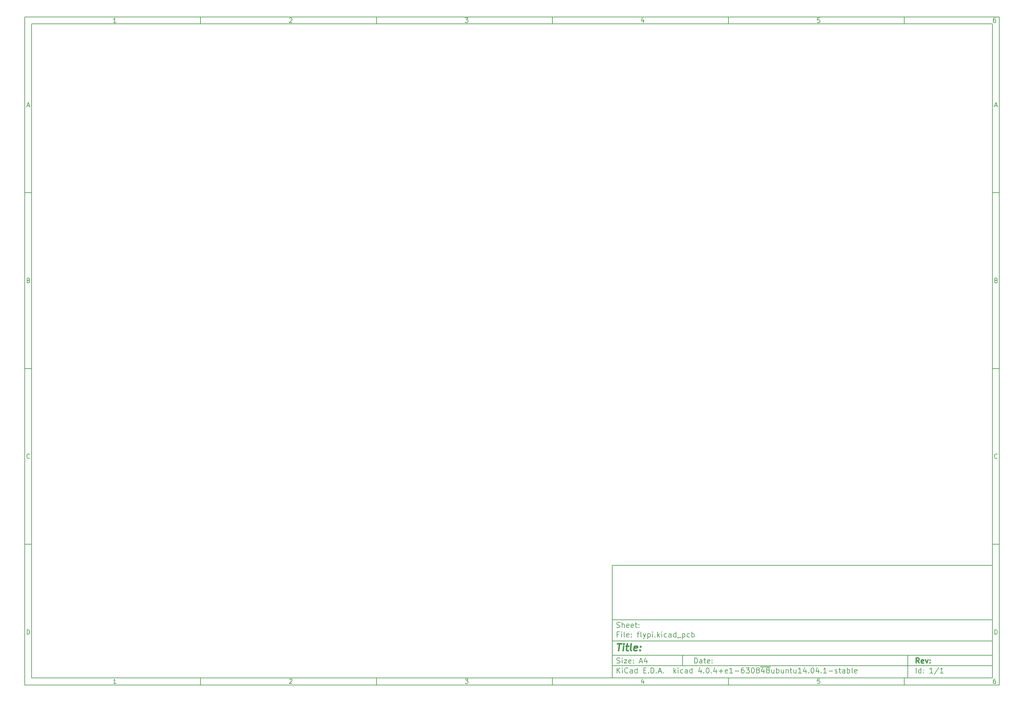
<source format=gbr>
G04 #@! TF.FileFunction,Paste,Bot*
%FSLAX46Y46*%
G04 Gerber Fmt 4.6, Leading zero omitted, Abs format (unit mm)*
G04 Created by KiCad (PCBNEW 4.0.4+e1-6308~48~ubuntu14.04.1-stable) date Tue Oct  4 21:58:47 2016*
%MOMM*%
%LPD*%
G01*
G04 APERTURE LIST*
%ADD10C,0.100000*%
%ADD11C,0.150000*%
%ADD12C,0.300000*%
%ADD13C,0.400000*%
G04 APERTURE END LIST*
D10*
D11*
X177002200Y-166007200D02*
X177002200Y-198007200D01*
X285002200Y-198007200D01*
X285002200Y-166007200D01*
X177002200Y-166007200D01*
D10*
D11*
X10000000Y-10000000D02*
X10000000Y-200007200D01*
X287002200Y-200007200D01*
X287002200Y-10000000D01*
X10000000Y-10000000D01*
D10*
D11*
X12000000Y-12000000D02*
X12000000Y-198007200D01*
X285002200Y-198007200D01*
X285002200Y-12000000D01*
X12000000Y-12000000D01*
D10*
D11*
X60000000Y-12000000D02*
X60000000Y-10000000D01*
D10*
D11*
X110000000Y-12000000D02*
X110000000Y-10000000D01*
D10*
D11*
X160000000Y-12000000D02*
X160000000Y-10000000D01*
D10*
D11*
X210000000Y-12000000D02*
X210000000Y-10000000D01*
D10*
D11*
X260000000Y-12000000D02*
X260000000Y-10000000D01*
D10*
D11*
X35990476Y-11588095D02*
X35247619Y-11588095D01*
X35619048Y-11588095D02*
X35619048Y-10288095D01*
X35495238Y-10473810D01*
X35371429Y-10597619D01*
X35247619Y-10659524D01*
D10*
D11*
X85247619Y-10411905D02*
X85309524Y-10350000D01*
X85433333Y-10288095D01*
X85742857Y-10288095D01*
X85866667Y-10350000D01*
X85928571Y-10411905D01*
X85990476Y-10535714D01*
X85990476Y-10659524D01*
X85928571Y-10845238D01*
X85185714Y-11588095D01*
X85990476Y-11588095D01*
D10*
D11*
X135185714Y-10288095D02*
X135990476Y-10288095D01*
X135557143Y-10783333D01*
X135742857Y-10783333D01*
X135866667Y-10845238D01*
X135928571Y-10907143D01*
X135990476Y-11030952D01*
X135990476Y-11340476D01*
X135928571Y-11464286D01*
X135866667Y-11526190D01*
X135742857Y-11588095D01*
X135371429Y-11588095D01*
X135247619Y-11526190D01*
X135185714Y-11464286D01*
D10*
D11*
X185866667Y-10721429D02*
X185866667Y-11588095D01*
X185557143Y-10226190D02*
X185247619Y-11154762D01*
X186052381Y-11154762D01*
D10*
D11*
X235928571Y-10288095D02*
X235309524Y-10288095D01*
X235247619Y-10907143D01*
X235309524Y-10845238D01*
X235433333Y-10783333D01*
X235742857Y-10783333D01*
X235866667Y-10845238D01*
X235928571Y-10907143D01*
X235990476Y-11030952D01*
X235990476Y-11340476D01*
X235928571Y-11464286D01*
X235866667Y-11526190D01*
X235742857Y-11588095D01*
X235433333Y-11588095D01*
X235309524Y-11526190D01*
X235247619Y-11464286D01*
D10*
D11*
X285866667Y-10288095D02*
X285619048Y-10288095D01*
X285495238Y-10350000D01*
X285433333Y-10411905D01*
X285309524Y-10597619D01*
X285247619Y-10845238D01*
X285247619Y-11340476D01*
X285309524Y-11464286D01*
X285371429Y-11526190D01*
X285495238Y-11588095D01*
X285742857Y-11588095D01*
X285866667Y-11526190D01*
X285928571Y-11464286D01*
X285990476Y-11340476D01*
X285990476Y-11030952D01*
X285928571Y-10907143D01*
X285866667Y-10845238D01*
X285742857Y-10783333D01*
X285495238Y-10783333D01*
X285371429Y-10845238D01*
X285309524Y-10907143D01*
X285247619Y-11030952D01*
D10*
D11*
X60000000Y-198007200D02*
X60000000Y-200007200D01*
D10*
D11*
X110000000Y-198007200D02*
X110000000Y-200007200D01*
D10*
D11*
X160000000Y-198007200D02*
X160000000Y-200007200D01*
D10*
D11*
X210000000Y-198007200D02*
X210000000Y-200007200D01*
D10*
D11*
X260000000Y-198007200D02*
X260000000Y-200007200D01*
D10*
D11*
X35990476Y-199595295D02*
X35247619Y-199595295D01*
X35619048Y-199595295D02*
X35619048Y-198295295D01*
X35495238Y-198481010D01*
X35371429Y-198604819D01*
X35247619Y-198666724D01*
D10*
D11*
X85247619Y-198419105D02*
X85309524Y-198357200D01*
X85433333Y-198295295D01*
X85742857Y-198295295D01*
X85866667Y-198357200D01*
X85928571Y-198419105D01*
X85990476Y-198542914D01*
X85990476Y-198666724D01*
X85928571Y-198852438D01*
X85185714Y-199595295D01*
X85990476Y-199595295D01*
D10*
D11*
X135185714Y-198295295D02*
X135990476Y-198295295D01*
X135557143Y-198790533D01*
X135742857Y-198790533D01*
X135866667Y-198852438D01*
X135928571Y-198914343D01*
X135990476Y-199038152D01*
X135990476Y-199347676D01*
X135928571Y-199471486D01*
X135866667Y-199533390D01*
X135742857Y-199595295D01*
X135371429Y-199595295D01*
X135247619Y-199533390D01*
X135185714Y-199471486D01*
D10*
D11*
X185866667Y-198728629D02*
X185866667Y-199595295D01*
X185557143Y-198233390D02*
X185247619Y-199161962D01*
X186052381Y-199161962D01*
D10*
D11*
X235928571Y-198295295D02*
X235309524Y-198295295D01*
X235247619Y-198914343D01*
X235309524Y-198852438D01*
X235433333Y-198790533D01*
X235742857Y-198790533D01*
X235866667Y-198852438D01*
X235928571Y-198914343D01*
X235990476Y-199038152D01*
X235990476Y-199347676D01*
X235928571Y-199471486D01*
X235866667Y-199533390D01*
X235742857Y-199595295D01*
X235433333Y-199595295D01*
X235309524Y-199533390D01*
X235247619Y-199471486D01*
D10*
D11*
X285866667Y-198295295D02*
X285619048Y-198295295D01*
X285495238Y-198357200D01*
X285433333Y-198419105D01*
X285309524Y-198604819D01*
X285247619Y-198852438D01*
X285247619Y-199347676D01*
X285309524Y-199471486D01*
X285371429Y-199533390D01*
X285495238Y-199595295D01*
X285742857Y-199595295D01*
X285866667Y-199533390D01*
X285928571Y-199471486D01*
X285990476Y-199347676D01*
X285990476Y-199038152D01*
X285928571Y-198914343D01*
X285866667Y-198852438D01*
X285742857Y-198790533D01*
X285495238Y-198790533D01*
X285371429Y-198852438D01*
X285309524Y-198914343D01*
X285247619Y-199038152D01*
D10*
D11*
X10000000Y-60000000D02*
X12000000Y-60000000D01*
D10*
D11*
X10000000Y-110000000D02*
X12000000Y-110000000D01*
D10*
D11*
X10000000Y-160000000D02*
X12000000Y-160000000D01*
D10*
D11*
X10690476Y-35216667D02*
X11309524Y-35216667D01*
X10566667Y-35588095D02*
X11000000Y-34288095D01*
X11433333Y-35588095D01*
D10*
D11*
X11092857Y-84907143D02*
X11278571Y-84969048D01*
X11340476Y-85030952D01*
X11402381Y-85154762D01*
X11402381Y-85340476D01*
X11340476Y-85464286D01*
X11278571Y-85526190D01*
X11154762Y-85588095D01*
X10659524Y-85588095D01*
X10659524Y-84288095D01*
X11092857Y-84288095D01*
X11216667Y-84350000D01*
X11278571Y-84411905D01*
X11340476Y-84535714D01*
X11340476Y-84659524D01*
X11278571Y-84783333D01*
X11216667Y-84845238D01*
X11092857Y-84907143D01*
X10659524Y-84907143D01*
D10*
D11*
X11402381Y-135464286D02*
X11340476Y-135526190D01*
X11154762Y-135588095D01*
X11030952Y-135588095D01*
X10845238Y-135526190D01*
X10721429Y-135402381D01*
X10659524Y-135278571D01*
X10597619Y-135030952D01*
X10597619Y-134845238D01*
X10659524Y-134597619D01*
X10721429Y-134473810D01*
X10845238Y-134350000D01*
X11030952Y-134288095D01*
X11154762Y-134288095D01*
X11340476Y-134350000D01*
X11402381Y-134411905D01*
D10*
D11*
X10659524Y-185588095D02*
X10659524Y-184288095D01*
X10969048Y-184288095D01*
X11154762Y-184350000D01*
X11278571Y-184473810D01*
X11340476Y-184597619D01*
X11402381Y-184845238D01*
X11402381Y-185030952D01*
X11340476Y-185278571D01*
X11278571Y-185402381D01*
X11154762Y-185526190D01*
X10969048Y-185588095D01*
X10659524Y-185588095D01*
D10*
D11*
X287002200Y-60000000D02*
X285002200Y-60000000D01*
D10*
D11*
X287002200Y-110000000D02*
X285002200Y-110000000D01*
D10*
D11*
X287002200Y-160000000D02*
X285002200Y-160000000D01*
D10*
D11*
X285692676Y-35216667D02*
X286311724Y-35216667D01*
X285568867Y-35588095D02*
X286002200Y-34288095D01*
X286435533Y-35588095D01*
D10*
D11*
X286095057Y-84907143D02*
X286280771Y-84969048D01*
X286342676Y-85030952D01*
X286404581Y-85154762D01*
X286404581Y-85340476D01*
X286342676Y-85464286D01*
X286280771Y-85526190D01*
X286156962Y-85588095D01*
X285661724Y-85588095D01*
X285661724Y-84288095D01*
X286095057Y-84288095D01*
X286218867Y-84350000D01*
X286280771Y-84411905D01*
X286342676Y-84535714D01*
X286342676Y-84659524D01*
X286280771Y-84783333D01*
X286218867Y-84845238D01*
X286095057Y-84907143D01*
X285661724Y-84907143D01*
D10*
D11*
X286404581Y-135464286D02*
X286342676Y-135526190D01*
X286156962Y-135588095D01*
X286033152Y-135588095D01*
X285847438Y-135526190D01*
X285723629Y-135402381D01*
X285661724Y-135278571D01*
X285599819Y-135030952D01*
X285599819Y-134845238D01*
X285661724Y-134597619D01*
X285723629Y-134473810D01*
X285847438Y-134350000D01*
X286033152Y-134288095D01*
X286156962Y-134288095D01*
X286342676Y-134350000D01*
X286404581Y-134411905D01*
D10*
D11*
X285661724Y-185588095D02*
X285661724Y-184288095D01*
X285971248Y-184288095D01*
X286156962Y-184350000D01*
X286280771Y-184473810D01*
X286342676Y-184597619D01*
X286404581Y-184845238D01*
X286404581Y-185030952D01*
X286342676Y-185278571D01*
X286280771Y-185402381D01*
X286156962Y-185526190D01*
X285971248Y-185588095D01*
X285661724Y-185588095D01*
D10*
D11*
X200359343Y-193785771D02*
X200359343Y-192285771D01*
X200716486Y-192285771D01*
X200930771Y-192357200D01*
X201073629Y-192500057D01*
X201145057Y-192642914D01*
X201216486Y-192928629D01*
X201216486Y-193142914D01*
X201145057Y-193428629D01*
X201073629Y-193571486D01*
X200930771Y-193714343D01*
X200716486Y-193785771D01*
X200359343Y-193785771D01*
X202502200Y-193785771D02*
X202502200Y-193000057D01*
X202430771Y-192857200D01*
X202287914Y-192785771D01*
X202002200Y-192785771D01*
X201859343Y-192857200D01*
X202502200Y-193714343D02*
X202359343Y-193785771D01*
X202002200Y-193785771D01*
X201859343Y-193714343D01*
X201787914Y-193571486D01*
X201787914Y-193428629D01*
X201859343Y-193285771D01*
X202002200Y-193214343D01*
X202359343Y-193214343D01*
X202502200Y-193142914D01*
X203002200Y-192785771D02*
X203573629Y-192785771D01*
X203216486Y-192285771D02*
X203216486Y-193571486D01*
X203287914Y-193714343D01*
X203430772Y-193785771D01*
X203573629Y-193785771D01*
X204645057Y-193714343D02*
X204502200Y-193785771D01*
X204216486Y-193785771D01*
X204073629Y-193714343D01*
X204002200Y-193571486D01*
X204002200Y-193000057D01*
X204073629Y-192857200D01*
X204216486Y-192785771D01*
X204502200Y-192785771D01*
X204645057Y-192857200D01*
X204716486Y-193000057D01*
X204716486Y-193142914D01*
X204002200Y-193285771D01*
X205359343Y-193642914D02*
X205430771Y-193714343D01*
X205359343Y-193785771D01*
X205287914Y-193714343D01*
X205359343Y-193642914D01*
X205359343Y-193785771D01*
X205359343Y-192857200D02*
X205430771Y-192928629D01*
X205359343Y-193000057D01*
X205287914Y-192928629D01*
X205359343Y-192857200D01*
X205359343Y-193000057D01*
D10*
D11*
X177002200Y-194507200D02*
X285002200Y-194507200D01*
D10*
D11*
X178359343Y-196585771D02*
X178359343Y-195085771D01*
X179216486Y-196585771D02*
X178573629Y-195728629D01*
X179216486Y-195085771D02*
X178359343Y-195942914D01*
X179859343Y-196585771D02*
X179859343Y-195585771D01*
X179859343Y-195085771D02*
X179787914Y-195157200D01*
X179859343Y-195228629D01*
X179930771Y-195157200D01*
X179859343Y-195085771D01*
X179859343Y-195228629D01*
X181430772Y-196442914D02*
X181359343Y-196514343D01*
X181145057Y-196585771D01*
X181002200Y-196585771D01*
X180787915Y-196514343D01*
X180645057Y-196371486D01*
X180573629Y-196228629D01*
X180502200Y-195942914D01*
X180502200Y-195728629D01*
X180573629Y-195442914D01*
X180645057Y-195300057D01*
X180787915Y-195157200D01*
X181002200Y-195085771D01*
X181145057Y-195085771D01*
X181359343Y-195157200D01*
X181430772Y-195228629D01*
X182716486Y-196585771D02*
X182716486Y-195800057D01*
X182645057Y-195657200D01*
X182502200Y-195585771D01*
X182216486Y-195585771D01*
X182073629Y-195657200D01*
X182716486Y-196514343D02*
X182573629Y-196585771D01*
X182216486Y-196585771D01*
X182073629Y-196514343D01*
X182002200Y-196371486D01*
X182002200Y-196228629D01*
X182073629Y-196085771D01*
X182216486Y-196014343D01*
X182573629Y-196014343D01*
X182716486Y-195942914D01*
X184073629Y-196585771D02*
X184073629Y-195085771D01*
X184073629Y-196514343D02*
X183930772Y-196585771D01*
X183645058Y-196585771D01*
X183502200Y-196514343D01*
X183430772Y-196442914D01*
X183359343Y-196300057D01*
X183359343Y-195871486D01*
X183430772Y-195728629D01*
X183502200Y-195657200D01*
X183645058Y-195585771D01*
X183930772Y-195585771D01*
X184073629Y-195657200D01*
X185930772Y-195800057D02*
X186430772Y-195800057D01*
X186645058Y-196585771D02*
X185930772Y-196585771D01*
X185930772Y-195085771D01*
X186645058Y-195085771D01*
X187287915Y-196442914D02*
X187359343Y-196514343D01*
X187287915Y-196585771D01*
X187216486Y-196514343D01*
X187287915Y-196442914D01*
X187287915Y-196585771D01*
X188002201Y-196585771D02*
X188002201Y-195085771D01*
X188359344Y-195085771D01*
X188573629Y-195157200D01*
X188716487Y-195300057D01*
X188787915Y-195442914D01*
X188859344Y-195728629D01*
X188859344Y-195942914D01*
X188787915Y-196228629D01*
X188716487Y-196371486D01*
X188573629Y-196514343D01*
X188359344Y-196585771D01*
X188002201Y-196585771D01*
X189502201Y-196442914D02*
X189573629Y-196514343D01*
X189502201Y-196585771D01*
X189430772Y-196514343D01*
X189502201Y-196442914D01*
X189502201Y-196585771D01*
X190145058Y-196157200D02*
X190859344Y-196157200D01*
X190002201Y-196585771D02*
X190502201Y-195085771D01*
X191002201Y-196585771D01*
X191502201Y-196442914D02*
X191573629Y-196514343D01*
X191502201Y-196585771D01*
X191430772Y-196514343D01*
X191502201Y-196442914D01*
X191502201Y-196585771D01*
X194502201Y-196585771D02*
X194502201Y-195085771D01*
X194645058Y-196014343D02*
X195073629Y-196585771D01*
X195073629Y-195585771D02*
X194502201Y-196157200D01*
X195716487Y-196585771D02*
X195716487Y-195585771D01*
X195716487Y-195085771D02*
X195645058Y-195157200D01*
X195716487Y-195228629D01*
X195787915Y-195157200D01*
X195716487Y-195085771D01*
X195716487Y-195228629D01*
X197073630Y-196514343D02*
X196930773Y-196585771D01*
X196645059Y-196585771D01*
X196502201Y-196514343D01*
X196430773Y-196442914D01*
X196359344Y-196300057D01*
X196359344Y-195871486D01*
X196430773Y-195728629D01*
X196502201Y-195657200D01*
X196645059Y-195585771D01*
X196930773Y-195585771D01*
X197073630Y-195657200D01*
X198359344Y-196585771D02*
X198359344Y-195800057D01*
X198287915Y-195657200D01*
X198145058Y-195585771D01*
X197859344Y-195585771D01*
X197716487Y-195657200D01*
X198359344Y-196514343D02*
X198216487Y-196585771D01*
X197859344Y-196585771D01*
X197716487Y-196514343D01*
X197645058Y-196371486D01*
X197645058Y-196228629D01*
X197716487Y-196085771D01*
X197859344Y-196014343D01*
X198216487Y-196014343D01*
X198359344Y-195942914D01*
X199716487Y-196585771D02*
X199716487Y-195085771D01*
X199716487Y-196514343D02*
X199573630Y-196585771D01*
X199287916Y-196585771D01*
X199145058Y-196514343D01*
X199073630Y-196442914D01*
X199002201Y-196300057D01*
X199002201Y-195871486D01*
X199073630Y-195728629D01*
X199145058Y-195657200D01*
X199287916Y-195585771D01*
X199573630Y-195585771D01*
X199716487Y-195657200D01*
X202216487Y-195585771D02*
X202216487Y-196585771D01*
X201859344Y-195014343D02*
X201502201Y-196085771D01*
X202430773Y-196085771D01*
X203002201Y-196442914D02*
X203073629Y-196514343D01*
X203002201Y-196585771D01*
X202930772Y-196514343D01*
X203002201Y-196442914D01*
X203002201Y-196585771D01*
X204002201Y-195085771D02*
X204145058Y-195085771D01*
X204287915Y-195157200D01*
X204359344Y-195228629D01*
X204430773Y-195371486D01*
X204502201Y-195657200D01*
X204502201Y-196014343D01*
X204430773Y-196300057D01*
X204359344Y-196442914D01*
X204287915Y-196514343D01*
X204145058Y-196585771D01*
X204002201Y-196585771D01*
X203859344Y-196514343D01*
X203787915Y-196442914D01*
X203716487Y-196300057D01*
X203645058Y-196014343D01*
X203645058Y-195657200D01*
X203716487Y-195371486D01*
X203787915Y-195228629D01*
X203859344Y-195157200D01*
X204002201Y-195085771D01*
X205145058Y-196442914D02*
X205216486Y-196514343D01*
X205145058Y-196585771D01*
X205073629Y-196514343D01*
X205145058Y-196442914D01*
X205145058Y-196585771D01*
X206502201Y-195585771D02*
X206502201Y-196585771D01*
X206145058Y-195014343D02*
X205787915Y-196085771D01*
X206716487Y-196085771D01*
X207287915Y-196014343D02*
X208430772Y-196014343D01*
X207859343Y-196585771D02*
X207859343Y-195442914D01*
X209716486Y-196514343D02*
X209573629Y-196585771D01*
X209287915Y-196585771D01*
X209145058Y-196514343D01*
X209073629Y-196371486D01*
X209073629Y-195800057D01*
X209145058Y-195657200D01*
X209287915Y-195585771D01*
X209573629Y-195585771D01*
X209716486Y-195657200D01*
X209787915Y-195800057D01*
X209787915Y-195942914D01*
X209073629Y-196085771D01*
X211216486Y-196585771D02*
X210359343Y-196585771D01*
X210787915Y-196585771D02*
X210787915Y-195085771D01*
X210645058Y-195300057D01*
X210502200Y-195442914D01*
X210359343Y-195514343D01*
X211859343Y-196014343D02*
X213002200Y-196014343D01*
X214359343Y-195085771D02*
X214073629Y-195085771D01*
X213930772Y-195157200D01*
X213859343Y-195228629D01*
X213716486Y-195442914D01*
X213645057Y-195728629D01*
X213645057Y-196300057D01*
X213716486Y-196442914D01*
X213787914Y-196514343D01*
X213930772Y-196585771D01*
X214216486Y-196585771D01*
X214359343Y-196514343D01*
X214430772Y-196442914D01*
X214502200Y-196300057D01*
X214502200Y-195942914D01*
X214430772Y-195800057D01*
X214359343Y-195728629D01*
X214216486Y-195657200D01*
X213930772Y-195657200D01*
X213787914Y-195728629D01*
X213716486Y-195800057D01*
X213645057Y-195942914D01*
X215002200Y-195085771D02*
X215930771Y-195085771D01*
X215430771Y-195657200D01*
X215645057Y-195657200D01*
X215787914Y-195728629D01*
X215859343Y-195800057D01*
X215930771Y-195942914D01*
X215930771Y-196300057D01*
X215859343Y-196442914D01*
X215787914Y-196514343D01*
X215645057Y-196585771D01*
X215216485Y-196585771D01*
X215073628Y-196514343D01*
X215002200Y-196442914D01*
X216859342Y-195085771D02*
X217002199Y-195085771D01*
X217145056Y-195157200D01*
X217216485Y-195228629D01*
X217287914Y-195371486D01*
X217359342Y-195657200D01*
X217359342Y-196014343D01*
X217287914Y-196300057D01*
X217216485Y-196442914D01*
X217145056Y-196514343D01*
X217002199Y-196585771D01*
X216859342Y-196585771D01*
X216716485Y-196514343D01*
X216645056Y-196442914D01*
X216573628Y-196300057D01*
X216502199Y-196014343D01*
X216502199Y-195657200D01*
X216573628Y-195371486D01*
X216645056Y-195228629D01*
X216716485Y-195157200D01*
X216859342Y-195085771D01*
X218216485Y-195728629D02*
X218073627Y-195657200D01*
X218002199Y-195585771D01*
X217930770Y-195442914D01*
X217930770Y-195371486D01*
X218002199Y-195228629D01*
X218073627Y-195157200D01*
X218216485Y-195085771D01*
X218502199Y-195085771D01*
X218645056Y-195157200D01*
X218716485Y-195228629D01*
X218787913Y-195371486D01*
X218787913Y-195442914D01*
X218716485Y-195585771D01*
X218645056Y-195657200D01*
X218502199Y-195728629D01*
X218216485Y-195728629D01*
X218073627Y-195800057D01*
X218002199Y-195871486D01*
X217930770Y-196014343D01*
X217930770Y-196300057D01*
X218002199Y-196442914D01*
X218073627Y-196514343D01*
X218216485Y-196585771D01*
X218502199Y-196585771D01*
X218645056Y-196514343D01*
X218716485Y-196442914D01*
X218787913Y-196300057D01*
X218787913Y-196014343D01*
X218716485Y-195871486D01*
X218645056Y-195800057D01*
X218502199Y-195728629D01*
X220073627Y-195585771D02*
X220073627Y-196585771D01*
X219716484Y-195014343D02*
X219359341Y-196085771D01*
X220287913Y-196085771D01*
X221073627Y-195728629D02*
X220930769Y-195657200D01*
X220859341Y-195585771D01*
X220787912Y-195442914D01*
X220787912Y-195371486D01*
X220859341Y-195228629D01*
X220930769Y-195157200D01*
X221073627Y-195085771D01*
X221359341Y-195085771D01*
X221502198Y-195157200D01*
X221573627Y-195228629D01*
X221645055Y-195371486D01*
X221645055Y-195442914D01*
X221573627Y-195585771D01*
X221502198Y-195657200D01*
X221359341Y-195728629D01*
X221073627Y-195728629D01*
X220930769Y-195800057D01*
X220859341Y-195871486D01*
X220787912Y-196014343D01*
X220787912Y-196300057D01*
X220859341Y-196442914D01*
X220930769Y-196514343D01*
X221073627Y-196585771D01*
X221359341Y-196585771D01*
X221502198Y-196514343D01*
X221573627Y-196442914D01*
X221645055Y-196300057D01*
X221645055Y-196014343D01*
X221573627Y-195871486D01*
X221502198Y-195800057D01*
X221359341Y-195728629D01*
X219073627Y-194827200D02*
X221930769Y-194827200D01*
X222930769Y-195585771D02*
X222930769Y-196585771D01*
X222287912Y-195585771D02*
X222287912Y-196371486D01*
X222359340Y-196514343D01*
X222502198Y-196585771D01*
X222716483Y-196585771D01*
X222859340Y-196514343D01*
X222930769Y-196442914D01*
X223645055Y-196585771D02*
X223645055Y-195085771D01*
X223645055Y-195657200D02*
X223787912Y-195585771D01*
X224073626Y-195585771D01*
X224216483Y-195657200D01*
X224287912Y-195728629D01*
X224359341Y-195871486D01*
X224359341Y-196300057D01*
X224287912Y-196442914D01*
X224216483Y-196514343D01*
X224073626Y-196585771D01*
X223787912Y-196585771D01*
X223645055Y-196514343D01*
X225645055Y-195585771D02*
X225645055Y-196585771D01*
X225002198Y-195585771D02*
X225002198Y-196371486D01*
X225073626Y-196514343D01*
X225216484Y-196585771D01*
X225430769Y-196585771D01*
X225573626Y-196514343D01*
X225645055Y-196442914D01*
X226359341Y-195585771D02*
X226359341Y-196585771D01*
X226359341Y-195728629D02*
X226430769Y-195657200D01*
X226573627Y-195585771D01*
X226787912Y-195585771D01*
X226930769Y-195657200D01*
X227002198Y-195800057D01*
X227002198Y-196585771D01*
X227502198Y-195585771D02*
X228073627Y-195585771D01*
X227716484Y-195085771D02*
X227716484Y-196371486D01*
X227787912Y-196514343D01*
X227930770Y-196585771D01*
X228073627Y-196585771D01*
X229216484Y-195585771D02*
X229216484Y-196585771D01*
X228573627Y-195585771D02*
X228573627Y-196371486D01*
X228645055Y-196514343D01*
X228787913Y-196585771D01*
X229002198Y-196585771D01*
X229145055Y-196514343D01*
X229216484Y-196442914D01*
X230716484Y-196585771D02*
X229859341Y-196585771D01*
X230287913Y-196585771D02*
X230287913Y-195085771D01*
X230145056Y-195300057D01*
X230002198Y-195442914D01*
X229859341Y-195514343D01*
X232002198Y-195585771D02*
X232002198Y-196585771D01*
X231645055Y-195014343D02*
X231287912Y-196085771D01*
X232216484Y-196085771D01*
X232787912Y-196442914D02*
X232859340Y-196514343D01*
X232787912Y-196585771D01*
X232716483Y-196514343D01*
X232787912Y-196442914D01*
X232787912Y-196585771D01*
X233787912Y-195085771D02*
X233930769Y-195085771D01*
X234073626Y-195157200D01*
X234145055Y-195228629D01*
X234216484Y-195371486D01*
X234287912Y-195657200D01*
X234287912Y-196014343D01*
X234216484Y-196300057D01*
X234145055Y-196442914D01*
X234073626Y-196514343D01*
X233930769Y-196585771D01*
X233787912Y-196585771D01*
X233645055Y-196514343D01*
X233573626Y-196442914D01*
X233502198Y-196300057D01*
X233430769Y-196014343D01*
X233430769Y-195657200D01*
X233502198Y-195371486D01*
X233573626Y-195228629D01*
X233645055Y-195157200D01*
X233787912Y-195085771D01*
X235573626Y-195585771D02*
X235573626Y-196585771D01*
X235216483Y-195014343D02*
X234859340Y-196085771D01*
X235787912Y-196085771D01*
X236359340Y-196442914D02*
X236430768Y-196514343D01*
X236359340Y-196585771D01*
X236287911Y-196514343D01*
X236359340Y-196442914D01*
X236359340Y-196585771D01*
X237859340Y-196585771D02*
X237002197Y-196585771D01*
X237430769Y-196585771D02*
X237430769Y-195085771D01*
X237287912Y-195300057D01*
X237145054Y-195442914D01*
X237002197Y-195514343D01*
X238502197Y-196014343D02*
X239645054Y-196014343D01*
X240287911Y-196514343D02*
X240430768Y-196585771D01*
X240716483Y-196585771D01*
X240859340Y-196514343D01*
X240930768Y-196371486D01*
X240930768Y-196300057D01*
X240859340Y-196157200D01*
X240716483Y-196085771D01*
X240502197Y-196085771D01*
X240359340Y-196014343D01*
X240287911Y-195871486D01*
X240287911Y-195800057D01*
X240359340Y-195657200D01*
X240502197Y-195585771D01*
X240716483Y-195585771D01*
X240859340Y-195657200D01*
X241359340Y-195585771D02*
X241930769Y-195585771D01*
X241573626Y-195085771D02*
X241573626Y-196371486D01*
X241645054Y-196514343D01*
X241787912Y-196585771D01*
X241930769Y-196585771D01*
X243073626Y-196585771D02*
X243073626Y-195800057D01*
X243002197Y-195657200D01*
X242859340Y-195585771D01*
X242573626Y-195585771D01*
X242430769Y-195657200D01*
X243073626Y-196514343D02*
X242930769Y-196585771D01*
X242573626Y-196585771D01*
X242430769Y-196514343D01*
X242359340Y-196371486D01*
X242359340Y-196228629D01*
X242430769Y-196085771D01*
X242573626Y-196014343D01*
X242930769Y-196014343D01*
X243073626Y-195942914D01*
X243787912Y-196585771D02*
X243787912Y-195085771D01*
X243787912Y-195657200D02*
X243930769Y-195585771D01*
X244216483Y-195585771D01*
X244359340Y-195657200D01*
X244430769Y-195728629D01*
X244502198Y-195871486D01*
X244502198Y-196300057D01*
X244430769Y-196442914D01*
X244359340Y-196514343D01*
X244216483Y-196585771D01*
X243930769Y-196585771D01*
X243787912Y-196514343D01*
X245359341Y-196585771D02*
X245216483Y-196514343D01*
X245145055Y-196371486D01*
X245145055Y-195085771D01*
X246502197Y-196514343D02*
X246359340Y-196585771D01*
X246073626Y-196585771D01*
X245930769Y-196514343D01*
X245859340Y-196371486D01*
X245859340Y-195800057D01*
X245930769Y-195657200D01*
X246073626Y-195585771D01*
X246359340Y-195585771D01*
X246502197Y-195657200D01*
X246573626Y-195800057D01*
X246573626Y-195942914D01*
X245859340Y-196085771D01*
D10*
D11*
X177002200Y-191507200D02*
X285002200Y-191507200D01*
D10*
D12*
X264216486Y-193785771D02*
X263716486Y-193071486D01*
X263359343Y-193785771D02*
X263359343Y-192285771D01*
X263930771Y-192285771D01*
X264073629Y-192357200D01*
X264145057Y-192428629D01*
X264216486Y-192571486D01*
X264216486Y-192785771D01*
X264145057Y-192928629D01*
X264073629Y-193000057D01*
X263930771Y-193071486D01*
X263359343Y-193071486D01*
X265430771Y-193714343D02*
X265287914Y-193785771D01*
X265002200Y-193785771D01*
X264859343Y-193714343D01*
X264787914Y-193571486D01*
X264787914Y-193000057D01*
X264859343Y-192857200D01*
X265002200Y-192785771D01*
X265287914Y-192785771D01*
X265430771Y-192857200D01*
X265502200Y-193000057D01*
X265502200Y-193142914D01*
X264787914Y-193285771D01*
X266002200Y-192785771D02*
X266359343Y-193785771D01*
X266716485Y-192785771D01*
X267287914Y-193642914D02*
X267359342Y-193714343D01*
X267287914Y-193785771D01*
X267216485Y-193714343D01*
X267287914Y-193642914D01*
X267287914Y-193785771D01*
X267287914Y-192857200D02*
X267359342Y-192928629D01*
X267287914Y-193000057D01*
X267216485Y-192928629D01*
X267287914Y-192857200D01*
X267287914Y-193000057D01*
D10*
D11*
X178287914Y-193714343D02*
X178502200Y-193785771D01*
X178859343Y-193785771D01*
X179002200Y-193714343D01*
X179073629Y-193642914D01*
X179145057Y-193500057D01*
X179145057Y-193357200D01*
X179073629Y-193214343D01*
X179002200Y-193142914D01*
X178859343Y-193071486D01*
X178573629Y-193000057D01*
X178430771Y-192928629D01*
X178359343Y-192857200D01*
X178287914Y-192714343D01*
X178287914Y-192571486D01*
X178359343Y-192428629D01*
X178430771Y-192357200D01*
X178573629Y-192285771D01*
X178930771Y-192285771D01*
X179145057Y-192357200D01*
X179787914Y-193785771D02*
X179787914Y-192785771D01*
X179787914Y-192285771D02*
X179716485Y-192357200D01*
X179787914Y-192428629D01*
X179859342Y-192357200D01*
X179787914Y-192285771D01*
X179787914Y-192428629D01*
X180359343Y-192785771D02*
X181145057Y-192785771D01*
X180359343Y-193785771D01*
X181145057Y-193785771D01*
X182287914Y-193714343D02*
X182145057Y-193785771D01*
X181859343Y-193785771D01*
X181716486Y-193714343D01*
X181645057Y-193571486D01*
X181645057Y-193000057D01*
X181716486Y-192857200D01*
X181859343Y-192785771D01*
X182145057Y-192785771D01*
X182287914Y-192857200D01*
X182359343Y-193000057D01*
X182359343Y-193142914D01*
X181645057Y-193285771D01*
X183002200Y-193642914D02*
X183073628Y-193714343D01*
X183002200Y-193785771D01*
X182930771Y-193714343D01*
X183002200Y-193642914D01*
X183002200Y-193785771D01*
X183002200Y-192857200D02*
X183073628Y-192928629D01*
X183002200Y-193000057D01*
X182930771Y-192928629D01*
X183002200Y-192857200D01*
X183002200Y-193000057D01*
X184787914Y-193357200D02*
X185502200Y-193357200D01*
X184645057Y-193785771D02*
X185145057Y-192285771D01*
X185645057Y-193785771D01*
X186787914Y-192785771D02*
X186787914Y-193785771D01*
X186430771Y-192214343D02*
X186073628Y-193285771D01*
X187002200Y-193285771D01*
D10*
D11*
X263359343Y-196585771D02*
X263359343Y-195085771D01*
X264716486Y-196585771D02*
X264716486Y-195085771D01*
X264716486Y-196514343D02*
X264573629Y-196585771D01*
X264287915Y-196585771D01*
X264145057Y-196514343D01*
X264073629Y-196442914D01*
X264002200Y-196300057D01*
X264002200Y-195871486D01*
X264073629Y-195728629D01*
X264145057Y-195657200D01*
X264287915Y-195585771D01*
X264573629Y-195585771D01*
X264716486Y-195657200D01*
X265430772Y-196442914D02*
X265502200Y-196514343D01*
X265430772Y-196585771D01*
X265359343Y-196514343D01*
X265430772Y-196442914D01*
X265430772Y-196585771D01*
X265430772Y-195657200D02*
X265502200Y-195728629D01*
X265430772Y-195800057D01*
X265359343Y-195728629D01*
X265430772Y-195657200D01*
X265430772Y-195800057D01*
X268073629Y-196585771D02*
X267216486Y-196585771D01*
X267645058Y-196585771D02*
X267645058Y-195085771D01*
X267502201Y-195300057D01*
X267359343Y-195442914D01*
X267216486Y-195514343D01*
X269787914Y-195014343D02*
X268502200Y-196942914D01*
X271073629Y-196585771D02*
X270216486Y-196585771D01*
X270645058Y-196585771D02*
X270645058Y-195085771D01*
X270502201Y-195300057D01*
X270359343Y-195442914D01*
X270216486Y-195514343D01*
D10*
D11*
X177002200Y-187507200D02*
X285002200Y-187507200D01*
D10*
D13*
X178454581Y-188211962D02*
X179597438Y-188211962D01*
X178776010Y-190211962D02*
X179026010Y-188211962D01*
X180014105Y-190211962D02*
X180180771Y-188878629D01*
X180264105Y-188211962D02*
X180156962Y-188307200D01*
X180240295Y-188402438D01*
X180347439Y-188307200D01*
X180264105Y-188211962D01*
X180240295Y-188402438D01*
X180847438Y-188878629D02*
X181609343Y-188878629D01*
X181216486Y-188211962D02*
X181002200Y-189926248D01*
X181073630Y-190116724D01*
X181252201Y-190211962D01*
X181442677Y-190211962D01*
X182395058Y-190211962D02*
X182216487Y-190116724D01*
X182145057Y-189926248D01*
X182359343Y-188211962D01*
X183930772Y-190116724D02*
X183728391Y-190211962D01*
X183347439Y-190211962D01*
X183168867Y-190116724D01*
X183097438Y-189926248D01*
X183192676Y-189164343D01*
X183311724Y-188973867D01*
X183514105Y-188878629D01*
X183895057Y-188878629D01*
X184073629Y-188973867D01*
X184145057Y-189164343D01*
X184121248Y-189354819D01*
X183145057Y-189545295D01*
X184895057Y-190021486D02*
X184978392Y-190116724D01*
X184871248Y-190211962D01*
X184787915Y-190116724D01*
X184895057Y-190021486D01*
X184871248Y-190211962D01*
X185026010Y-188973867D02*
X185109344Y-189069105D01*
X185002200Y-189164343D01*
X184918867Y-189069105D01*
X185026010Y-188973867D01*
X185002200Y-189164343D01*
D10*
D11*
X178859343Y-185600057D02*
X178359343Y-185600057D01*
X178359343Y-186385771D02*
X178359343Y-184885771D01*
X179073629Y-184885771D01*
X179645057Y-186385771D02*
X179645057Y-185385771D01*
X179645057Y-184885771D02*
X179573628Y-184957200D01*
X179645057Y-185028629D01*
X179716485Y-184957200D01*
X179645057Y-184885771D01*
X179645057Y-185028629D01*
X180573629Y-186385771D02*
X180430771Y-186314343D01*
X180359343Y-186171486D01*
X180359343Y-184885771D01*
X181716485Y-186314343D02*
X181573628Y-186385771D01*
X181287914Y-186385771D01*
X181145057Y-186314343D01*
X181073628Y-186171486D01*
X181073628Y-185600057D01*
X181145057Y-185457200D01*
X181287914Y-185385771D01*
X181573628Y-185385771D01*
X181716485Y-185457200D01*
X181787914Y-185600057D01*
X181787914Y-185742914D01*
X181073628Y-185885771D01*
X182430771Y-186242914D02*
X182502199Y-186314343D01*
X182430771Y-186385771D01*
X182359342Y-186314343D01*
X182430771Y-186242914D01*
X182430771Y-186385771D01*
X182430771Y-185457200D02*
X182502199Y-185528629D01*
X182430771Y-185600057D01*
X182359342Y-185528629D01*
X182430771Y-185457200D01*
X182430771Y-185600057D01*
X184073628Y-185385771D02*
X184645057Y-185385771D01*
X184287914Y-186385771D02*
X184287914Y-185100057D01*
X184359342Y-184957200D01*
X184502200Y-184885771D01*
X184645057Y-184885771D01*
X185359343Y-186385771D02*
X185216485Y-186314343D01*
X185145057Y-186171486D01*
X185145057Y-184885771D01*
X185787914Y-185385771D02*
X186145057Y-186385771D01*
X186502199Y-185385771D02*
X186145057Y-186385771D01*
X186002199Y-186742914D01*
X185930771Y-186814343D01*
X185787914Y-186885771D01*
X187073628Y-185385771D02*
X187073628Y-186885771D01*
X187073628Y-185457200D02*
X187216485Y-185385771D01*
X187502199Y-185385771D01*
X187645056Y-185457200D01*
X187716485Y-185528629D01*
X187787914Y-185671486D01*
X187787914Y-186100057D01*
X187716485Y-186242914D01*
X187645056Y-186314343D01*
X187502199Y-186385771D01*
X187216485Y-186385771D01*
X187073628Y-186314343D01*
X188430771Y-186385771D02*
X188430771Y-185385771D01*
X188430771Y-184885771D02*
X188359342Y-184957200D01*
X188430771Y-185028629D01*
X188502199Y-184957200D01*
X188430771Y-184885771D01*
X188430771Y-185028629D01*
X189145057Y-186242914D02*
X189216485Y-186314343D01*
X189145057Y-186385771D01*
X189073628Y-186314343D01*
X189145057Y-186242914D01*
X189145057Y-186385771D01*
X189859343Y-186385771D02*
X189859343Y-184885771D01*
X190002200Y-185814343D02*
X190430771Y-186385771D01*
X190430771Y-185385771D02*
X189859343Y-185957200D01*
X191073629Y-186385771D02*
X191073629Y-185385771D01*
X191073629Y-184885771D02*
X191002200Y-184957200D01*
X191073629Y-185028629D01*
X191145057Y-184957200D01*
X191073629Y-184885771D01*
X191073629Y-185028629D01*
X192430772Y-186314343D02*
X192287915Y-186385771D01*
X192002201Y-186385771D01*
X191859343Y-186314343D01*
X191787915Y-186242914D01*
X191716486Y-186100057D01*
X191716486Y-185671486D01*
X191787915Y-185528629D01*
X191859343Y-185457200D01*
X192002201Y-185385771D01*
X192287915Y-185385771D01*
X192430772Y-185457200D01*
X193716486Y-186385771D02*
X193716486Y-185600057D01*
X193645057Y-185457200D01*
X193502200Y-185385771D01*
X193216486Y-185385771D01*
X193073629Y-185457200D01*
X193716486Y-186314343D02*
X193573629Y-186385771D01*
X193216486Y-186385771D01*
X193073629Y-186314343D01*
X193002200Y-186171486D01*
X193002200Y-186028629D01*
X193073629Y-185885771D01*
X193216486Y-185814343D01*
X193573629Y-185814343D01*
X193716486Y-185742914D01*
X195073629Y-186385771D02*
X195073629Y-184885771D01*
X195073629Y-186314343D02*
X194930772Y-186385771D01*
X194645058Y-186385771D01*
X194502200Y-186314343D01*
X194430772Y-186242914D01*
X194359343Y-186100057D01*
X194359343Y-185671486D01*
X194430772Y-185528629D01*
X194502200Y-185457200D01*
X194645058Y-185385771D01*
X194930772Y-185385771D01*
X195073629Y-185457200D01*
X195430772Y-186528629D02*
X196573629Y-186528629D01*
X196930772Y-185385771D02*
X196930772Y-186885771D01*
X196930772Y-185457200D02*
X197073629Y-185385771D01*
X197359343Y-185385771D01*
X197502200Y-185457200D01*
X197573629Y-185528629D01*
X197645058Y-185671486D01*
X197645058Y-186100057D01*
X197573629Y-186242914D01*
X197502200Y-186314343D01*
X197359343Y-186385771D01*
X197073629Y-186385771D01*
X196930772Y-186314343D01*
X198930772Y-186314343D02*
X198787915Y-186385771D01*
X198502201Y-186385771D01*
X198359343Y-186314343D01*
X198287915Y-186242914D01*
X198216486Y-186100057D01*
X198216486Y-185671486D01*
X198287915Y-185528629D01*
X198359343Y-185457200D01*
X198502201Y-185385771D01*
X198787915Y-185385771D01*
X198930772Y-185457200D01*
X199573629Y-186385771D02*
X199573629Y-184885771D01*
X199573629Y-185457200D02*
X199716486Y-185385771D01*
X200002200Y-185385771D01*
X200145057Y-185457200D01*
X200216486Y-185528629D01*
X200287915Y-185671486D01*
X200287915Y-186100057D01*
X200216486Y-186242914D01*
X200145057Y-186314343D01*
X200002200Y-186385771D01*
X199716486Y-186385771D01*
X199573629Y-186314343D01*
D10*
D11*
X177002200Y-181507200D02*
X285002200Y-181507200D01*
D10*
D11*
X178287914Y-183614343D02*
X178502200Y-183685771D01*
X178859343Y-183685771D01*
X179002200Y-183614343D01*
X179073629Y-183542914D01*
X179145057Y-183400057D01*
X179145057Y-183257200D01*
X179073629Y-183114343D01*
X179002200Y-183042914D01*
X178859343Y-182971486D01*
X178573629Y-182900057D01*
X178430771Y-182828629D01*
X178359343Y-182757200D01*
X178287914Y-182614343D01*
X178287914Y-182471486D01*
X178359343Y-182328629D01*
X178430771Y-182257200D01*
X178573629Y-182185771D01*
X178930771Y-182185771D01*
X179145057Y-182257200D01*
X179787914Y-183685771D02*
X179787914Y-182185771D01*
X180430771Y-183685771D02*
X180430771Y-182900057D01*
X180359342Y-182757200D01*
X180216485Y-182685771D01*
X180002200Y-182685771D01*
X179859342Y-182757200D01*
X179787914Y-182828629D01*
X181716485Y-183614343D02*
X181573628Y-183685771D01*
X181287914Y-183685771D01*
X181145057Y-183614343D01*
X181073628Y-183471486D01*
X181073628Y-182900057D01*
X181145057Y-182757200D01*
X181287914Y-182685771D01*
X181573628Y-182685771D01*
X181716485Y-182757200D01*
X181787914Y-182900057D01*
X181787914Y-183042914D01*
X181073628Y-183185771D01*
X183002199Y-183614343D02*
X182859342Y-183685771D01*
X182573628Y-183685771D01*
X182430771Y-183614343D01*
X182359342Y-183471486D01*
X182359342Y-182900057D01*
X182430771Y-182757200D01*
X182573628Y-182685771D01*
X182859342Y-182685771D01*
X183002199Y-182757200D01*
X183073628Y-182900057D01*
X183073628Y-183042914D01*
X182359342Y-183185771D01*
X183502199Y-182685771D02*
X184073628Y-182685771D01*
X183716485Y-182185771D02*
X183716485Y-183471486D01*
X183787913Y-183614343D01*
X183930771Y-183685771D01*
X184073628Y-183685771D01*
X184573628Y-183542914D02*
X184645056Y-183614343D01*
X184573628Y-183685771D01*
X184502199Y-183614343D01*
X184573628Y-183542914D01*
X184573628Y-183685771D01*
X184573628Y-182757200D02*
X184645056Y-182828629D01*
X184573628Y-182900057D01*
X184502199Y-182828629D01*
X184573628Y-182757200D01*
X184573628Y-182900057D01*
D10*
D11*
X197002200Y-191507200D02*
X197002200Y-194507200D01*
D10*
D11*
X261002200Y-191507200D02*
X261002200Y-198007200D01*
M02*

</source>
